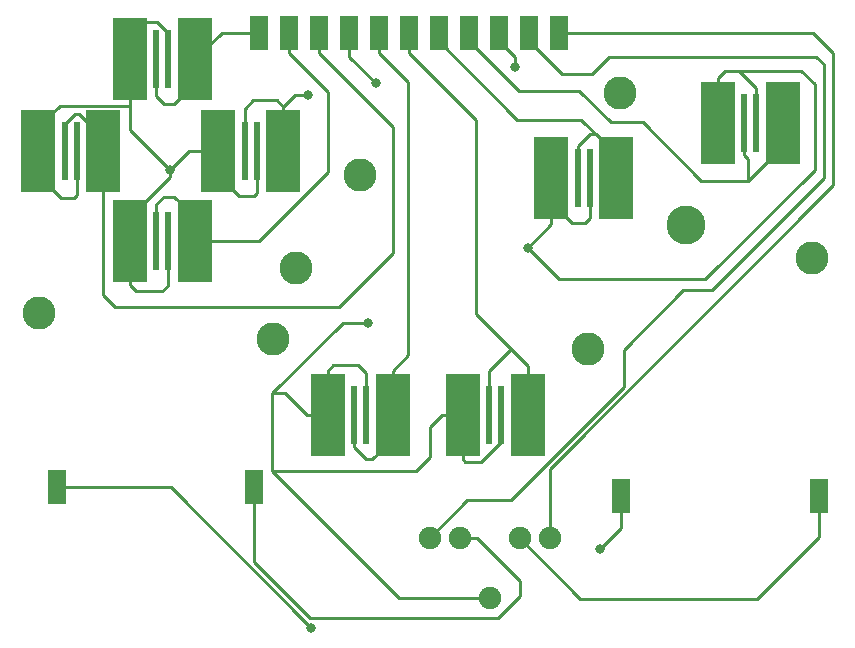
<source format=gbr>
G04 #@! TF.GenerationSoftware,KiCad,Pcbnew,5.0.2+dfsg1-1~bpo9+1*
G04 #@! TF.CreationDate,2020-09-22T18:59:10+01:00*
G04 #@! TF.ProjectId,gbc_outline_buttons_sound_new,6762635f-6f75-4746-9c69-6e655f627574,rev?*
G04 #@! TF.SameCoordinates,Original*
G04 #@! TF.FileFunction,Copper,L1,Top*
G04 #@! TF.FilePolarity,Positive*
%FSLAX46Y46*%
G04 Gerber Fmt 4.6, Leading zero omitted, Abs format (unit mm)*
G04 Created by KiCad (PCBNEW 5.0.2+dfsg1-1~bpo9+1) date Tue 22 Sep 2020 18:59:10 BST*
%MOMM*%
%LPD*%
G01*
G04 APERTURE LIST*
G04 #@! TA.AperFunction,SMDPad,CuDef*
%ADD10R,0.500000X5.000000*%
G04 #@! TD*
G04 #@! TA.AperFunction,SMDPad,CuDef*
%ADD11R,3.000000X7.000000*%
G04 #@! TD*
G04 #@! TA.AperFunction,ComponentPad*
%ADD12C,2.800000*%
G04 #@! TD*
G04 #@! TA.AperFunction,ComponentPad*
%ADD13C,3.300000*%
G04 #@! TD*
G04 #@! TA.AperFunction,SMDPad,CuDef*
%ADD14R,1.524000X3.000000*%
G04 #@! TD*
G04 #@! TA.AperFunction,ComponentPad*
%ADD15C,1.900000*%
G04 #@! TD*
G04 #@! TA.AperFunction,ViaPad*
%ADD16C,0.800000*%
G04 #@! TD*
G04 #@! TA.AperFunction,Conductor*
%ADD17C,0.250000*%
G04 #@! TD*
G04 APERTURE END LIST*
D10*
G04 #@! TO.P,SW3,2*
G04 #@! TO.N,Net-(LS1-Pad2)*
X69712840Y-124566680D03*
G04 #@! TO.P,SW3,1*
G04 #@! TO.N,Net-(SW3-Pad1)*
X68707000Y-124566680D03*
D11*
G04 #@! TO.P,SW3,2*
G04 #@! TO.N,Net-(LS1-Pad2)*
X66456560Y-124566680D03*
G04 #@! TO.P,SW3,1*
G04 #@! TO.N,Net-(SW3-Pad1)*
X71963280Y-124566680D03*
G04 #@! TD*
D12*
G04 #@! TO.P,REF\002A\002A,1*
G04 #@! TO.N,N/C*
X113017300Y-141348460D03*
G04 #@! TD*
G04 #@! TO.P,REF\002A\002A,1*
G04 #@! TO.N,N/C*
X131940300Y-133601460D03*
G04 #@! TD*
G04 #@! TO.P,REF\002A\002A,1*
G04 #@! TO.N,N/C*
X115684300Y-119631460D03*
G04 #@! TD*
G04 #@! TO.P,REF\002A\002A,1*
G04 #@! TO.N,N/C*
X93713300Y-126616460D03*
G04 #@! TD*
G04 #@! TO.P,REF\002A\002A,1*
G04 #@! TO.N,N/C*
X88315800Y-134490460D03*
G04 #@! TD*
G04 #@! TO.P,REF\002A\002A,1*
G04 #@! TO.N,N/C*
X66535300Y-138300460D03*
G04 #@! TD*
D13*
G04 #@! TO.P,REF\002A\002A,*
G04 #@! TO.N,*
X121285000Y-130810000D03*
G04 #@! TD*
D12*
G04 #@! TO.P,REF\002A\002A,1*
G04 #@! TO.N,N/C*
X86360000Y-140462000D03*
G04 #@! TD*
D14*
G04 #@! TO.P,LS1,1*
G04 #@! TO.N,Net-(LS1-Pad1)*
X132544820Y-153769060D03*
G04 #@! TO.P,LS1,2*
G04 #@! TO.N,Net-(LS1-Pad2)*
X115844320Y-153769060D03*
G04 #@! TD*
D15*
G04 #@! TO.P,U1,1*
G04 #@! TO.N,Net-(LS1-Pad2)*
X104678480Y-162392360D03*
G04 #@! TO.P,U1,4*
G04 #@! TO.N,Net-(LS2-Pad1)*
X102138480Y-157312360D03*
G04 #@! TO.P,U1,5*
G04 #@! TO.N,Net-(U1-Pad5)*
X99598480Y-157312360D03*
G04 #@! TO.P,U1,3*
G04 #@! TO.N,Net-(LS1-Pad1)*
X107218480Y-157312360D03*
G04 #@! TO.P,U1,2*
G04 #@! TO.N,Net-(U1-Pad2)*
X109758480Y-157312360D03*
G04 #@! TD*
D14*
G04 #@! TO.P,U2,7*
G04 #@! TO.N,Net-(SW6-Pad1)*
X100416360Y-114533680D03*
G04 #@! TO.P,U2,6*
G04 #@! TO.N,Net-(SW7-Pad1)*
X97876360Y-114533680D03*
G04 #@! TO.P,U2,5*
G04 #@! TO.N,Net-(SW8-Pad1)*
X95336360Y-114533680D03*
G04 #@! TO.P,U2,4*
G04 #@! TO.N,Net-(SW4-Pad1)*
X92796360Y-114538760D03*
G04 #@! TO.P,U2,3*
G04 #@! TO.N,Net-(SW3-Pad1)*
X90256360Y-114538760D03*
G04 #@! TO.P,U2,8*
G04 #@! TO.N,Net-(SW5-Pad1)*
X102956360Y-114533680D03*
G04 #@! TO.P,U2,9*
G04 #@! TO.N,Net-(LS1-Pad2)*
X105496360Y-114533680D03*
G04 #@! TO.P,U2,11*
G04 #@! TO.N,Net-(U1-Pad2)*
X110576360Y-114533680D03*
G04 #@! TO.P,U2,10*
G04 #@! TO.N,Net-(U1-Pad5)*
X108036360Y-114533680D03*
G04 #@! TO.P,U2,2*
G04 #@! TO.N,Net-(SW2-Pad1)*
X87716360Y-114533680D03*
G04 #@! TO.P,U2,1*
G04 #@! TO.N,Net-(SW1-Pad1)*
X85176360Y-114538760D03*
G04 #@! TD*
D10*
G04 #@! TO.P,SW1,2*
G04 #@! TO.N,Net-(LS1-Pad2)*
X77467460Y-116812060D03*
G04 #@! TO.P,SW1,1*
G04 #@! TO.N,Net-(SW1-Pad1)*
X76461620Y-116812060D03*
D11*
G04 #@! TO.P,SW1,2*
G04 #@! TO.N,Net-(LS1-Pad2)*
X74211180Y-116812060D03*
G04 #@! TO.P,SW1,1*
G04 #@! TO.N,Net-(SW1-Pad1)*
X79717900Y-116812060D03*
G04 #@! TD*
D10*
G04 #@! TO.P,SW4,2*
G04 #@! TO.N,Net-(LS1-Pad2)*
X84957920Y-124559060D03*
G04 #@! TO.P,SW4,1*
G04 #@! TO.N,Net-(SW4-Pad1)*
X83952080Y-124559060D03*
D11*
G04 #@! TO.P,SW4,2*
G04 #@! TO.N,Net-(LS1-Pad2)*
X81701640Y-124559060D03*
G04 #@! TO.P,SW4,1*
G04 #@! TO.N,Net-(SW4-Pad1)*
X87208360Y-124559060D03*
G04 #@! TD*
D10*
G04 #@! TO.P,SW2,2*
G04 #@! TO.N,Net-(LS1-Pad2)*
X77464920Y-132184140D03*
G04 #@! TO.P,SW2,1*
G04 #@! TO.N,Net-(SW2-Pad1)*
X76459080Y-132184140D03*
D11*
G04 #@! TO.P,SW2,2*
G04 #@! TO.N,Net-(LS1-Pad2)*
X74208640Y-132184140D03*
G04 #@! TO.P,SW2,1*
G04 #@! TO.N,Net-(SW2-Pad1)*
X79715360Y-132184140D03*
G04 #@! TD*
D10*
G04 #@! TO.P,SW6,2*
G04 #@! TO.N,Net-(LS1-Pad2)*
X113154460Y-126855220D03*
G04 #@! TO.P,SW6,1*
G04 #@! TO.N,Net-(SW6-Pad1)*
X112148620Y-126855220D03*
D11*
G04 #@! TO.P,SW6,2*
G04 #@! TO.N,Net-(LS1-Pad2)*
X109898180Y-126855220D03*
G04 #@! TO.P,SW6,1*
G04 #@! TO.N,Net-(SW6-Pad1)*
X115404900Y-126855220D03*
G04 #@! TD*
D10*
G04 #@! TO.P,SW5,2*
G04 #@! TO.N,Net-(LS1-Pad2)*
X127251460Y-122148600D03*
G04 #@! TO.P,SW5,1*
G04 #@! TO.N,Net-(SW5-Pad1)*
X126245620Y-122148600D03*
D11*
G04 #@! TO.P,SW5,2*
G04 #@! TO.N,Net-(LS1-Pad2)*
X123995180Y-122148600D03*
G04 #@! TO.P,SW5,1*
G04 #@! TO.N,Net-(SW5-Pad1)*
X129501900Y-122148600D03*
G04 #@! TD*
D10*
G04 #@! TO.P,SW8,2*
G04 #@! TO.N,Net-(LS1-Pad2)*
X94223840Y-146908520D03*
G04 #@! TO.P,SW8,1*
G04 #@! TO.N,Net-(SW8-Pad1)*
X93218000Y-146908520D03*
D11*
G04 #@! TO.P,SW8,2*
G04 #@! TO.N,Net-(LS1-Pad2)*
X90967560Y-146908520D03*
G04 #@! TO.P,SW8,1*
G04 #@! TO.N,Net-(SW8-Pad1)*
X96474280Y-146908520D03*
G04 #@! TD*
D10*
G04 #@! TO.P,SW7,2*
G04 #@! TO.N,Net-(LS1-Pad2)*
X105653840Y-146916140D03*
G04 #@! TO.P,SW7,1*
G04 #@! TO.N,Net-(SW7-Pad1)*
X104648000Y-146916140D03*
D11*
G04 #@! TO.P,SW7,2*
G04 #@! TO.N,Net-(LS1-Pad2)*
X102397560Y-146916140D03*
G04 #@! TO.P,SW7,1*
G04 #@! TO.N,Net-(SW7-Pad1)*
X107904280Y-146916140D03*
G04 #@! TD*
D14*
G04 #@! TO.P,LS2,1*
G04 #@! TO.N,Net-(LS2-Pad1)*
X84731860Y-153047700D03*
G04 #@! TO.P,LS2,2*
G04 #@! TO.N,Net-(LS1-Pad2)*
X68031360Y-153047700D03*
G04 #@! TD*
D16*
G04 #@! TO.N,Net-(LS1-Pad2)*
X106819700Y-117480080D03*
X77635100Y-126184660D03*
X107904280Y-132745480D03*
X94396560Y-139148820D03*
X114061240Y-158272480D03*
X89590880Y-164932360D03*
G04 #@! TO.N,Net-(SW4-Pad1)*
X95077280Y-118841520D03*
X89268300Y-119819420D03*
G04 #@! TD*
D17*
G04 #@! TO.N,Net-(SW1-Pad1)*
X79717900Y-114812060D02*
X78387960Y-113482120D01*
X79717900Y-116812060D02*
X79717900Y-114812060D01*
X81991200Y-114538760D02*
X79717900Y-116812060D01*
X85176360Y-114538760D02*
X81991200Y-114538760D01*
X79717900Y-118812060D02*
X77967900Y-120562060D01*
X77967900Y-120562060D02*
X77095040Y-120562060D01*
X79717900Y-116812060D02*
X79717900Y-118812060D01*
X76461620Y-119928640D02*
X76461620Y-116812060D01*
X77095040Y-120562060D02*
X76461620Y-119928640D01*
G04 #@! TO.N,Net-(LS1-Pad1)*
X107218480Y-157312360D02*
X112369600Y-162463480D01*
X112369600Y-162463480D02*
X127365760Y-162463480D01*
X132544820Y-157284420D02*
X132544820Y-153769060D01*
X127365760Y-162463480D02*
X132544820Y-157284420D01*
G04 #@! TO.N,Net-(LS1-Pad2)*
X106819700Y-116595020D02*
X106819700Y-117480080D01*
X105496360Y-115271680D02*
X106819700Y-116595020D01*
X105496360Y-114533680D02*
X105496360Y-115271680D01*
X77635100Y-126184660D02*
X74211180Y-122760740D01*
X74191099Y-120741679D02*
X74211180Y-120761760D01*
X66456560Y-124566680D02*
X66456560Y-122566680D01*
X68281561Y-120741679D02*
X74191099Y-120741679D01*
X66456560Y-122566680D02*
X68281561Y-120741679D01*
X74211180Y-122760740D02*
X74211180Y-120761760D01*
X74211180Y-120761760D02*
X74211180Y-116812060D01*
X79260700Y-124559060D02*
X77635100Y-126184660D01*
X81701640Y-124559060D02*
X79260700Y-124559060D01*
X77635100Y-126750345D02*
X77635100Y-126184660D01*
X77635100Y-126757680D02*
X77635100Y-126750345D01*
X74208640Y-130184140D02*
X77635100Y-126757680D01*
X74208640Y-132184140D02*
X74208640Y-130184140D01*
X109898180Y-130751580D02*
X109898180Y-126855220D01*
X107904280Y-132745480D02*
X109898180Y-130751580D01*
X123995180Y-118398600D02*
X124636840Y-117756940D01*
X123995180Y-122148600D02*
X123995180Y-118398600D01*
X131064000Y-117756940D02*
X132214620Y-118907560D01*
X132214620Y-118907560D02*
X132214620Y-126149100D01*
X132214620Y-126149100D02*
X122928380Y-135435340D01*
X110594140Y-135435340D02*
X107904280Y-132745480D01*
X122928380Y-135435340D02*
X110594140Y-135435340D01*
X104678480Y-162392360D02*
X97022920Y-162392360D01*
X97022920Y-162392360D02*
X86299040Y-151668480D01*
X86299040Y-151668480D02*
X86299040Y-145082260D01*
X92232480Y-139148820D02*
X94396560Y-139148820D01*
X86299040Y-145082260D02*
X92232480Y-139148820D01*
X89217560Y-146908520D02*
X87391300Y-145082260D01*
X87391300Y-145082260D02*
X86299040Y-145082260D01*
X90967560Y-146908520D02*
X89217560Y-146908520D01*
X100647560Y-146916140D02*
X99646740Y-147916960D01*
X102397560Y-146916140D02*
X100647560Y-146916140D01*
X99646740Y-147916960D02*
X99646740Y-150449280D01*
X98427540Y-151668480D02*
X86299040Y-151668480D01*
X99646740Y-150449280D02*
X98427540Y-151668480D01*
X115844320Y-156489400D02*
X114061240Y-158272480D01*
X115844320Y-153769060D02*
X115844320Y-156489400D01*
X77706220Y-153047700D02*
X89590880Y-164932360D01*
X68031360Y-153047700D02*
X77706220Y-153047700D01*
X74211180Y-114812060D02*
X75416660Y-113606580D01*
X74211180Y-116812060D02*
X74211180Y-114812060D01*
X77467460Y-114562060D02*
X77467460Y-116812060D01*
X76511980Y-113606580D02*
X77467460Y-114562060D01*
X75416660Y-113606580D02*
X76511980Y-113606580D01*
X66456560Y-126566680D02*
X68434200Y-128544320D01*
X66456560Y-124566680D02*
X66456560Y-126566680D01*
X68434200Y-128544320D02*
X69479160Y-128544320D01*
X69712840Y-128310640D02*
X69712840Y-124566680D01*
X69479160Y-128544320D02*
X69712840Y-128310640D01*
X74208640Y-135934140D02*
X74713140Y-136438640D01*
X74208640Y-132184140D02*
X74208640Y-135934140D01*
X74713140Y-136438640D02*
X76979780Y-136438640D01*
X77464920Y-135953500D02*
X77464920Y-132184140D01*
X76979780Y-136438640D02*
X77464920Y-135953500D01*
X81701640Y-126559060D02*
X83481160Y-128338580D01*
X81701640Y-124559060D02*
X81701640Y-126559060D01*
X83481160Y-128338580D02*
X84701380Y-128338580D01*
X84957920Y-128082040D02*
X84957920Y-124559060D01*
X84701380Y-128338580D02*
X84957920Y-128082040D01*
X109898180Y-128855220D02*
X111662460Y-130619500D01*
X109898180Y-126855220D02*
X109898180Y-128855220D01*
X111662460Y-130619500D02*
X112750600Y-130619500D01*
X113154460Y-130215640D02*
X113154460Y-126855220D01*
X112750600Y-130619500D02*
X113154460Y-130215640D01*
X125811280Y-117756940D02*
X127251460Y-119197120D01*
X124636840Y-117756940D02*
X125811280Y-117756940D01*
X127251460Y-119197120D02*
X127251460Y-122148600D01*
X125811280Y-117756940D02*
X131064000Y-117756940D01*
X90967560Y-143158520D02*
X91449200Y-142676880D01*
X90967560Y-146908520D02*
X90967560Y-143158520D01*
X91449200Y-142676880D02*
X93545660Y-142676880D01*
X94223840Y-143355060D02*
X94223840Y-146908520D01*
X93545660Y-142676880D02*
X94223840Y-143355060D01*
X102397560Y-150666140D02*
X102625200Y-150893780D01*
X102397560Y-146916140D02*
X102397560Y-150666140D01*
X105653840Y-149166140D02*
X105653840Y-146916140D01*
X103926200Y-150893780D02*
X105653840Y-149166140D01*
X102625200Y-150893780D02*
X103926200Y-150893780D01*
G04 #@! TO.N,Net-(U1-Pad5)*
X113322100Y-118036340D02*
X110801020Y-118036340D01*
X114795300Y-116563140D02*
X113322100Y-118036340D01*
X132984240Y-117203220D02*
X132344160Y-116563140D01*
X106461560Y-154139900D02*
X116055140Y-144546320D01*
X102770940Y-154139900D02*
X106461560Y-154139900D01*
X99598480Y-157312360D02*
X102770940Y-154139900D01*
X108036360Y-115271680D02*
X108036360Y-114533680D01*
X121086880Y-136347200D02*
X123479560Y-136347200D01*
X123479560Y-136347200D02*
X132984240Y-126842520D01*
X116055140Y-144546320D02*
X116055140Y-141378940D01*
X116055140Y-141378940D02*
X121086880Y-136347200D01*
X132984240Y-126842520D02*
X132984240Y-117203220D01*
X110801020Y-118036340D02*
X108036360Y-115271680D01*
X132344160Y-116563140D02*
X114795300Y-116563140D01*
G04 #@! TO.N,Net-(SW2-Pad1)*
X87716360Y-116283680D02*
X90987880Y-119555200D01*
X87716360Y-114533680D02*
X87716360Y-116283680D01*
X81465360Y-132184140D02*
X79715360Y-132184140D01*
X85168282Y-132184140D02*
X81465360Y-132184140D01*
X90987880Y-126364542D02*
X85168282Y-132184140D01*
X90987880Y-119555200D02*
X90987880Y-126364542D01*
X79715360Y-130184140D02*
X77951080Y-128419860D01*
X79715360Y-132184140D02*
X79715360Y-130184140D01*
X77951080Y-128419860D02*
X77106780Y-128419860D01*
X76459080Y-129067560D02*
X76459080Y-132184140D01*
X77106780Y-128419860D02*
X76459080Y-129067560D01*
G04 #@! TO.N,Net-(SW3-Pad1)*
X90256360Y-116288760D02*
X96479360Y-122511760D01*
X90256360Y-114538760D02*
X90256360Y-116288760D01*
X96479360Y-122511760D02*
X96479360Y-133156960D01*
X96479360Y-133156960D02*
X91902280Y-137734040D01*
X91902280Y-137734040D02*
X72953880Y-137734040D01*
X71963280Y-136743440D02*
X71963280Y-124566680D01*
X72953880Y-137734040D02*
X71963280Y-136743440D01*
X71963280Y-123482118D02*
X69888082Y-121406920D01*
X71963280Y-124566680D02*
X71963280Y-123482118D01*
X68707000Y-122316680D02*
X68707000Y-124566680D01*
X69616760Y-121406920D02*
X68707000Y-122316680D01*
X69888082Y-121406920D02*
X69616760Y-121406920D01*
G04 #@! TO.N,Net-(SW4-Pad1)*
X92796360Y-116560600D02*
X95077280Y-118841520D01*
X92796360Y-114538760D02*
X92796360Y-116560600D01*
X87208360Y-120809060D02*
X87208360Y-124559060D01*
X88198000Y-119819420D02*
X87208360Y-120809060D01*
X89268300Y-119819420D02*
X88198000Y-119819420D01*
X87208360Y-120809060D02*
X86668300Y-120269000D01*
X86668300Y-120269000D02*
X84648040Y-120269000D01*
X83952080Y-120964960D02*
X83952080Y-124559060D01*
X84648040Y-120269000D02*
X83952080Y-120964960D01*
G04 #@! TO.N,Net-(SW5-Pad1)*
X102956360Y-115271680D02*
X107143420Y-119458740D01*
X102956360Y-114533680D02*
X102956360Y-115271680D01*
X107143420Y-119458740D02*
X112288320Y-119458740D01*
X112288320Y-119458740D02*
X114965480Y-122135900D01*
X114965480Y-122135900D02*
X117640100Y-122135900D01*
X117640100Y-122135900D02*
X122585480Y-127081280D01*
X126569220Y-127081280D02*
X129501900Y-124148600D01*
X129501900Y-124148600D02*
X129501900Y-122148600D01*
X122585480Y-127081280D02*
X126569220Y-127081280D01*
X126569220Y-125222200D02*
X126569220Y-127081280D01*
X126245620Y-124898600D02*
X126569220Y-125222200D01*
X126245620Y-122148600D02*
X126245620Y-124898600D01*
G04 #@! TO.N,Net-(SW6-Pad1)*
X100416360Y-115271680D02*
X107046900Y-121902220D01*
X100416360Y-114533680D02*
X100416360Y-115271680D01*
X112451900Y-121902220D02*
X115404900Y-124855220D01*
X107046900Y-121902220D02*
X112451900Y-121902220D01*
X115404900Y-124855220D02*
X115404900Y-126855220D01*
X113654900Y-123105220D02*
X115404900Y-124855220D01*
X113148620Y-123105220D02*
X113654900Y-123105220D01*
X112148620Y-124105220D02*
X113148620Y-123105220D01*
X112148620Y-126855220D02*
X112148620Y-124105220D01*
G04 #@! TO.N,Net-(SW7-Pad1)*
X97876360Y-116283680D02*
X103502460Y-121909780D01*
X97876360Y-114533680D02*
X97876360Y-116283680D01*
X103502460Y-121909780D02*
X103502460Y-138386820D01*
X107904280Y-142788640D02*
X107904280Y-146916140D01*
X104648000Y-143169640D02*
X106466640Y-141351000D01*
X104648000Y-146916140D02*
X104648000Y-143169640D01*
X106466640Y-141351000D02*
X107904280Y-142788640D01*
X103502460Y-138386820D02*
X106466640Y-141351000D01*
G04 #@! TO.N,Net-(SW8-Pad1)*
X95336360Y-116283680D02*
X97797620Y-118744940D01*
X95336360Y-114533680D02*
X95336360Y-116283680D01*
X96474280Y-143158520D02*
X96474280Y-146908520D01*
X97797620Y-141835180D02*
X96474280Y-143158520D01*
X97797620Y-118744940D02*
X97797620Y-141835180D01*
X96474280Y-148908520D02*
X96474280Y-146908520D01*
X94724280Y-150658520D02*
X96474280Y-148908520D01*
X93218000Y-149658520D02*
X94218000Y-150658520D01*
X94218000Y-150658520D02*
X94724280Y-150658520D01*
X93218000Y-146908520D02*
X93218000Y-149658520D01*
G04 #@! TO.N,Net-(U1-Pad2)*
X109758480Y-151479390D02*
X133764020Y-127473850D01*
X109758480Y-157312360D02*
X109758480Y-151479390D01*
X133764020Y-127473850D02*
X133764020Y-116222780D01*
X132074920Y-114533680D02*
X110576360Y-114533680D01*
X133764020Y-116222780D02*
X132074920Y-114533680D01*
G04 #@! TO.N,Net-(LS2-Pad1)*
X102138480Y-157312360D02*
X103604060Y-157312360D01*
X103604060Y-157312360D02*
X107221020Y-160929320D01*
X107221020Y-160929320D02*
X107221020Y-162250120D01*
X107221020Y-162250120D02*
X105369360Y-164101780D01*
X105369360Y-164101780D02*
X89453720Y-164101780D01*
X84731860Y-159379920D02*
X84731860Y-153047700D01*
X89453720Y-164101780D02*
X84731860Y-159379920D01*
G04 #@! TD*
M02*

</source>
